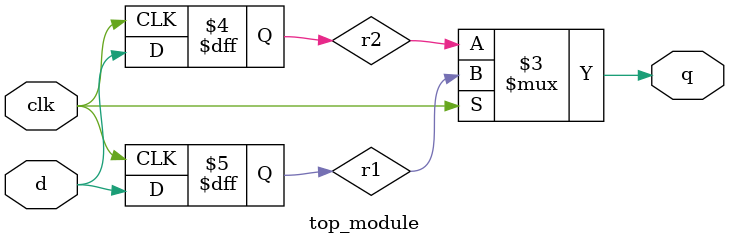
<source format=v>
module top_module (
    input clk,
    input d,
    output q
);
    wire r1,r2;
    always@(posedge clk)begin
        r1<=d;
    end
    always@(negedge clk)begin
        r2<=d;
    end
    assign q=clk?r1:r2;
endmodule

</source>
